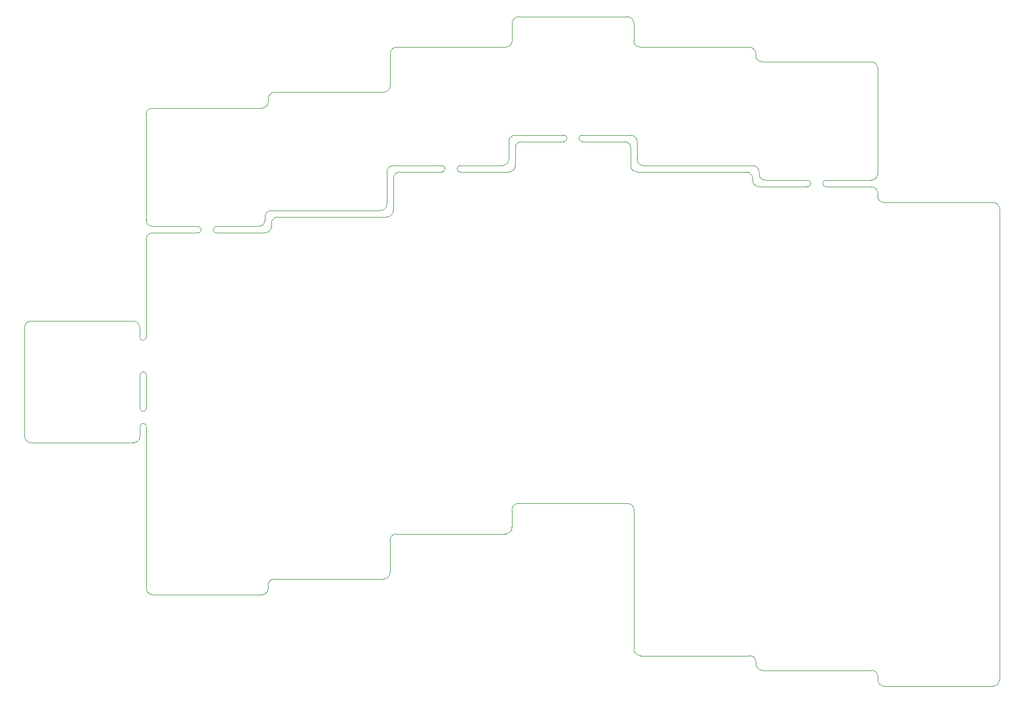
<source format=gm1>
G04 #@! TF.GenerationSoftware,KiCad,Pcbnew,(5.1.5)-3*
G04 #@! TF.CreationDate,2020-03-09T03:01:39+08:00*
G04 #@! TF.ProjectId,underplate,756e6465-7270-46c6-9174-652e6b696361,rev?*
G04 #@! TF.SameCoordinates,Original*
G04 #@! TF.FileFunction,Profile,NP*
%FSLAX46Y46*%
G04 Gerber Fmt 4.6, Leading zero omitted, Abs format (unit mm)*
G04 Created by KiCad (PCBNEW (5.1.5)-3) date 2020-03-09 03:01:39*
%MOMM*%
%LPD*%
G04 APERTURE LIST*
%ADD10C,0.050000*%
G04 APERTURE END LIST*
D10*
X220220000Y-162892500D02*
X237220000Y-162892500D01*
X200120001Y-63930000D02*
X200120001Y-64216000D01*
X182120000Y-158130000D02*
X199170000Y-158130000D01*
X123970001Y-70978500D02*
G75*
G02X124970001Y-69978500I1000000J0D01*
G01*
X123970001Y-71455000D02*
G75*
G02X122970001Y-72455000I-1000000J0D01*
G01*
X85870000Y-106792500D02*
X85870000Y-123792500D01*
X199120001Y-62930000D02*
G75*
G02X200120001Y-63930000I0J-1000000D01*
G01*
X163070001Y-58167500D02*
X180070001Y-58167500D01*
X201170000Y-160416000D02*
X218220000Y-160420000D01*
X180070001Y-58167500D02*
G75*
G02X181070001Y-59167500I0J-1000000D01*
G01*
X219220000Y-161420000D02*
X219220000Y-161892500D01*
X182070001Y-62930000D02*
X199120001Y-62930000D01*
X200170000Y-159130000D02*
X200170000Y-159416000D01*
X105920000Y-148605000D02*
X122920000Y-148605000D01*
X162070001Y-61930000D02*
G75*
G02X161070001Y-62930000I-1000000J0D01*
G01*
X143020001Y-63930000D02*
G75*
G02X144020001Y-62930000I1000000J0D01*
G01*
X182070001Y-62930000D02*
G75*
G02X181070001Y-61930000I0J1000000D01*
G01*
X124920000Y-146128500D02*
X141970000Y-146128500D01*
X123920000Y-147128500D02*
X123920000Y-147605000D01*
X162070001Y-59167500D02*
G75*
G02X163070001Y-58167500I1000000J0D01*
G01*
X162020000Y-135317500D02*
X162020000Y-138080000D01*
X142970000Y-140080000D02*
X142970000Y-145128500D01*
X124970001Y-69978500D02*
X142020001Y-69978500D01*
X143020001Y-68978500D02*
G75*
G02X142020001Y-69978500I-1000000J0D01*
G01*
X86870000Y-105792500D02*
X102870000Y-105792500D01*
X143970000Y-139080000D02*
X161020000Y-139080000D01*
X142970000Y-140080000D02*
G75*
G02X143970000Y-139080000I1000000J0D01*
G01*
X143020001Y-63930000D02*
X143020001Y-68978500D01*
X123920000Y-147128500D02*
G75*
G02X124920000Y-146128500I1000000J0D01*
G01*
X85870000Y-106792500D02*
G75*
G02X86870000Y-105792500I1000000J0D01*
G01*
X105870000Y-72455000D02*
X122970001Y-72455000D01*
X104920000Y-124790000D02*
X104920000Y-147605000D01*
X123920000Y-147605000D02*
G75*
G02X122920000Y-148605000I-1000000J0D01*
G01*
X86870000Y-124792500D02*
G75*
G02X85870000Y-123792500I0J1000000D01*
G01*
X162070001Y-59167500D02*
X162070001Y-61930000D01*
X238220000Y-161892500D02*
G75*
G02X237220000Y-162892500I-1000000J0D01*
G01*
X86870000Y-124792500D02*
X102920000Y-124792500D01*
X123970001Y-70978500D02*
X123970001Y-71455000D01*
X220220000Y-162892500D02*
G75*
G02X219220000Y-161892500I0J1000000D01*
G01*
X182120000Y-158130000D02*
G75*
G02X181120000Y-157130000I0J1000000D01*
G01*
X181070001Y-59167500D02*
X181070001Y-61930000D01*
X181120000Y-157130000D02*
X181120000Y-135317500D01*
X201120001Y-65216000D02*
X218170000Y-65216000D01*
X219170000Y-82750000D02*
X219170000Y-66216000D01*
X162020000Y-138080000D02*
G75*
G02X161020000Y-139080000I-1000000J0D01*
G01*
X238220000Y-161892500D02*
X238220000Y-88226500D01*
X144020001Y-62930000D02*
X161070001Y-62930000D01*
X163020000Y-134317500D02*
X180120000Y-134317500D01*
X208240000Y-84750000D02*
X200650000Y-84750000D01*
X201120001Y-65216000D02*
G75*
G02X200120001Y-64216000I0J1000000D01*
G01*
X220170000Y-87226500D02*
X237220000Y-87226500D01*
X112989901Y-90979901D02*
X105870000Y-90980000D01*
X201170000Y-160416000D02*
G75*
G02X200170000Y-159416000I0J1000000D01*
G01*
X104870000Y-73455000D02*
G75*
G02X105870000Y-72455000I1000000J0D01*
G01*
X112989901Y-91980099D02*
X105870000Y-91980000D01*
X102870000Y-105792500D02*
G75*
G02X103870000Y-106792500I0J-1000000D01*
G01*
X199650000Y-81460000D02*
X182590000Y-81460000D01*
X218170000Y-65216000D02*
G75*
G02X219170000Y-66216000I0J-1000000D01*
G01*
X208239901Y-83749901D02*
X201650000Y-83750000D01*
X200650000Y-82750000D02*
X200650000Y-82460000D01*
X103920000Y-123792500D02*
G75*
G02X102920000Y-124792500I-1000000J0D01*
G01*
X199170000Y-158130000D02*
G75*
G02X200170000Y-159130000I0J-1000000D01*
G01*
X105920000Y-148605000D02*
G75*
G02X104920000Y-147605000I0J1000000D01*
G01*
X162020000Y-135317500D02*
G75*
G02X163020000Y-134317500I1000000J0D01*
G01*
X142970000Y-145128500D02*
G75*
G02X141970000Y-146128500I-1000000J0D01*
G01*
X237220000Y-87226500D02*
G75*
G02X238220000Y-88226500I0J-1000000D01*
G01*
X181590000Y-80460000D02*
X181590000Y-77700000D01*
X180120000Y-134317500D02*
G75*
G02X181120000Y-135317500I0J-1000000D01*
G01*
X104870000Y-92980000D02*
G75*
G02X105870000Y-91980000I1000000J0D01*
G01*
X170139901Y-76699901D02*
X162550000Y-76700000D01*
X105870000Y-90980000D02*
G75*
G02X104870000Y-89980000I0J1000000D01*
G01*
X124440000Y-90980000D02*
G75*
G02X123440000Y-91980000I-1000000J0D01*
G01*
X123440000Y-89500000D02*
G75*
G02X124440000Y-88500000I1000000J0D01*
G01*
X142500000Y-87500000D02*
G75*
G02X141500000Y-88500000I-1000000J0D01*
G01*
X142500000Y-82450000D02*
G75*
G02X143500000Y-81450000I1000000J0D01*
G01*
X162550000Y-81450000D02*
X162550000Y-78700000D01*
X163550000Y-77700000D02*
X170140000Y-77700000D01*
X143500000Y-83450000D02*
G75*
G02X144500000Y-82450000I1000000J0D01*
G01*
X181590000Y-82460000D02*
X198650000Y-82460000D01*
X199650000Y-83460000D02*
X199650000Y-83750000D01*
X161550000Y-77700000D02*
X161550000Y-80450000D01*
X151089901Y-81449901D02*
X143500000Y-81450000D01*
X124440000Y-90500000D02*
G75*
G02X125440000Y-89500000I1000000J0D01*
G01*
X142500000Y-82450000D02*
X142500000Y-87500000D01*
X141500000Y-88500000D02*
X124440000Y-88500000D01*
X123440000Y-89500000D02*
X123440000Y-89980000D01*
X123440000Y-89980000D02*
G75*
G02X122440000Y-90980000I-1000000J0D01*
G01*
X124440000Y-90980000D02*
X124440000Y-90500000D01*
X144500000Y-82450000D02*
X151090000Y-82450000D01*
X143500000Y-88500000D02*
G75*
G02X142500000Y-89500000I-1000000J0D01*
G01*
X162550000Y-81450000D02*
G75*
G02X161550000Y-82450000I-1000000J0D01*
G01*
X180590000Y-78700000D02*
X180590000Y-81460000D01*
X125440000Y-89500000D02*
X142500000Y-89500000D01*
X143500000Y-88500000D02*
X143500000Y-83450000D01*
X112989901Y-90979901D02*
G75*
G02X113490000Y-91480000I0J-500099D01*
G01*
X208740099Y-84249901D02*
G75*
G02X208240000Y-84750000I-500099J0D01*
G01*
X210589901Y-84250000D02*
G75*
G02X211090000Y-83749901I500099J0D01*
G01*
X115850099Y-91980099D02*
G75*
G02X115350000Y-91480000I0J500099D01*
G01*
X180590000Y-76700000D02*
G75*
G02X181590000Y-77700000I0J-1000000D01*
G01*
X151590099Y-81949901D02*
G75*
G02X151090000Y-82450000I-500099J0D01*
G01*
X181590000Y-82460000D02*
G75*
G02X180590000Y-81460000I0J1000000D01*
G01*
X198650000Y-82460000D02*
G75*
G02X199650000Y-83460000I0J-1000000D01*
G01*
X151089901Y-81449901D02*
G75*
G02X151590000Y-81950000I0J-500099D01*
G01*
X208239901Y-83749901D02*
G75*
G02X208740000Y-84250000I0J-500099D01*
G01*
X201650000Y-83750000D02*
G75*
G02X200650000Y-82750000I0J1000000D01*
G01*
X113490000Y-91480000D02*
G75*
G02X112989901Y-91980099I-500099J0D01*
G01*
X219170000Y-82750000D02*
G75*
G02X218170000Y-83750000I-1000000J0D01*
G01*
X161550000Y-80450000D02*
G75*
G02X160550000Y-81450000I-1000000J0D01*
G01*
X162550000Y-78700000D02*
G75*
G02X163550000Y-77700000I1000000J0D01*
G01*
X211090000Y-84750099D02*
G75*
G02X210589901Y-84250000I0J500099D01*
G01*
X161550000Y-77700000D02*
G75*
G02X162550000Y-76700000I1000000J0D01*
G01*
X179590000Y-77700000D02*
G75*
G02X180590000Y-78700000I0J-1000000D01*
G01*
X115350000Y-91480000D02*
G75*
G02X115850099Y-90979901I500099J0D01*
G01*
X200650000Y-84750000D02*
G75*
G02X199650000Y-83750000I0J1000000D01*
G01*
X104870000Y-89980000D02*
X104870000Y-73455000D01*
X182590000Y-81460000D02*
G75*
G02X181590000Y-80460000I0J1000000D01*
G01*
X199650000Y-81460000D02*
G75*
G02X200650000Y-82460000I0J-1000000D01*
G01*
X218220000Y-160420000D02*
G75*
G02X219220000Y-161420000I0J-1000000D01*
G01*
X170139901Y-76699901D02*
G75*
G02X170640000Y-77200000I0J-500099D01*
G01*
X170640099Y-77199901D02*
G75*
G02X170140000Y-77700000I-500099J0D01*
G01*
X211090000Y-84750099D02*
X218170000Y-84750000D01*
X172500000Y-77200000D02*
G75*
G02X173000099Y-76699901I500099J0D01*
G01*
X173000099Y-77700099D02*
X179590000Y-77700000D01*
X219170000Y-85750000D02*
X219170000Y-86226500D01*
X153950099Y-81449901D02*
X160550000Y-81450000D01*
X153950099Y-82450099D02*
X161550000Y-82450000D01*
X211090000Y-83749901D02*
X218170000Y-83749901D01*
X104870000Y-108290000D02*
G75*
G02X103869802Y-108290000I-500099J0D01*
G01*
X104870000Y-92980000D02*
X104870000Y-108290000D01*
X103919802Y-122290000D02*
G75*
G02X104920000Y-122290000I500099J0D01*
G01*
X153950099Y-82450099D02*
G75*
G02X153450000Y-81950000I0J500099D01*
G01*
X104920000Y-124790000D02*
X104920000Y-122290000D01*
X173000099Y-76699901D02*
X180590000Y-76700000D01*
X153450000Y-81950000D02*
G75*
G02X153950099Y-81449901I500099J0D01*
G01*
X218170000Y-84750000D02*
G75*
G02X219170000Y-85750000I0J-1000000D01*
G01*
X115850099Y-90979901D02*
X122440000Y-90979901D01*
X115850099Y-91980099D02*
X123440000Y-91980099D01*
X220170000Y-87226500D02*
G75*
G02X219170000Y-86226500I0J1000000D01*
G01*
X173000099Y-77700099D02*
G75*
G02X172500000Y-77200000I0J500099D01*
G01*
X103869802Y-108290000D02*
X103870000Y-106792500D01*
X103919802Y-114210000D02*
G75*
G02X104920000Y-114210000I500099J0D01*
G01*
X104920099Y-119430000D02*
G75*
G02X103919901Y-119430000I-500099J0D01*
G01*
X104920099Y-119430000D02*
X104920000Y-114210000D01*
X103919802Y-114210000D02*
X103919901Y-119430000D01*
X103920000Y-123792500D02*
X103919802Y-122290000D01*
M02*

</source>
